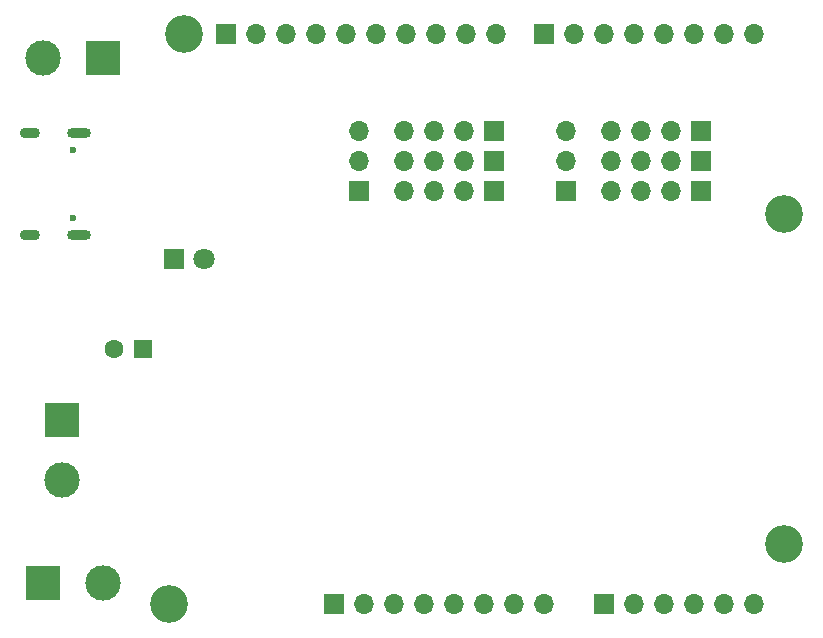
<source format=gbr>
%TF.GenerationSoftware,KiCad,Pcbnew,7.0.1*%
%TF.CreationDate,2023-09-13T21:21:08+01:00*%
%TF.ProjectId,101 PCB,31303120-5043-4422-9e6b-696361645f70,rev?*%
%TF.SameCoordinates,Original*%
%TF.FileFunction,Soldermask,Bot*%
%TF.FilePolarity,Negative*%
%FSLAX46Y46*%
G04 Gerber Fmt 4.6, Leading zero omitted, Abs format (unit mm)*
G04 Created by KiCad (PCBNEW 7.0.1) date 2023-09-13 21:21:08*
%MOMM*%
%LPD*%
G01*
G04 APERTURE LIST*
%ADD10R,1.700000X1.700000*%
%ADD11O,1.700000X1.700000*%
%ADD12C,0.600000*%
%ADD13O,2.000000X0.900000*%
%ADD14O,1.700000X0.900000*%
%ADD15R,1.600000X1.600000*%
%ADD16C,1.600000*%
%ADD17R,3.000000X3.000000*%
%ADD18C,3.000000*%
%ADD19R,1.800000X1.800000*%
%ADD20C,1.800000*%
%ADD21C,3.200000*%
G04 APERTURE END LIST*
D10*
%TO.C,J106*%
X166630000Y-75750000D03*
D11*
X164090000Y-75750000D03*
X161550000Y-75750000D03*
X159010000Y-75750000D03*
%TD*%
D12*
%TO.C,J101*%
X113480000Y-74810000D03*
X113480000Y-80590000D03*
D13*
X113970000Y-73375000D03*
X113970000Y-82025000D03*
D14*
X109800000Y-73375000D03*
X109800000Y-82025000D03*
%TD*%
D10*
%TO.C,J108*%
X166630000Y-73210000D03*
D11*
X164090000Y-73210000D03*
X161550000Y-73210000D03*
X159010000Y-73210000D03*
%TD*%
D10*
%TO.C,J1*%
X126460000Y-65001000D03*
D11*
X129000000Y-65001000D03*
X131540000Y-65001000D03*
X134080000Y-65001000D03*
X136620000Y-65001000D03*
X139160000Y-65001000D03*
X141700000Y-65001000D03*
X144240000Y-65001000D03*
X146780000Y-65001000D03*
X149320000Y-65001000D03*
%TD*%
D10*
%TO.C,J109*%
X149090000Y-73210000D03*
D11*
X146550000Y-73210000D03*
X144010000Y-73210000D03*
X141470000Y-73210000D03*
%TD*%
D10*
%TO.C,JP102*%
X137660000Y-78290000D03*
D11*
X137660000Y-75750000D03*
X137660000Y-73210000D03*
%TD*%
D15*
%TO.C,C119*%
X119405113Y-91700000D03*
D16*
X116905113Y-91700000D03*
%TD*%
D10*
%TO.C,J5*%
X158455000Y-113260000D03*
D11*
X160995000Y-113260000D03*
X163535000Y-113260000D03*
X166075000Y-113260000D03*
X168615000Y-113260000D03*
X171155000Y-113260000D03*
%TD*%
D10*
%TO.C,J105*%
X149090000Y-78290000D03*
D11*
X146550000Y-78290000D03*
X144010000Y-78290000D03*
X141470000Y-78290000D03*
%TD*%
D17*
%TO.C,J102*%
X110960000Y-111500000D03*
D18*
X116040000Y-111500000D03*
%TD*%
D10*
%TO.C,J107*%
X149090000Y-75750000D03*
D11*
X146550000Y-75750000D03*
X144010000Y-75750000D03*
X141470000Y-75750000D03*
%TD*%
D10*
%TO.C,J104*%
X166630000Y-78290000D03*
D11*
X164090000Y-78290000D03*
X161550000Y-78290000D03*
X159010000Y-78290000D03*
%TD*%
D10*
%TO.C,J3*%
X153382000Y-65003000D03*
D11*
X155922000Y-65003000D03*
X158462000Y-65003000D03*
X161002000Y-65003000D03*
X163542000Y-65003000D03*
X166082000Y-65003000D03*
X168622000Y-65003000D03*
X171162000Y-65003000D03*
%TD*%
D10*
%TO.C,JP101*%
X155200000Y-78290000D03*
D11*
X155200000Y-75750000D03*
X155200000Y-73210000D03*
%TD*%
D10*
%TO.C,J4*%
X135597000Y-113264000D03*
D11*
X138137000Y-113264000D03*
X140677000Y-113264000D03*
X143217000Y-113264000D03*
X145757000Y-113264000D03*
X148297000Y-113264000D03*
X150837000Y-113264000D03*
X153377000Y-113264000D03*
%TD*%
D17*
%TO.C,J103*%
X116040000Y-67000000D03*
D18*
X110960000Y-67000000D03*
%TD*%
D17*
%TO.C,J110*%
X112500000Y-97710000D03*
D18*
X112500000Y-102790000D03*
%TD*%
D19*
%TO.C,D1*%
X122000000Y-84100000D03*
D20*
X124540000Y-84100000D03*
%TD*%
D21*
%TO.C,A101*%
X121630000Y-113260000D03*
X122900000Y-65000000D03*
X173700000Y-80240000D03*
X173700000Y-108180000D03*
%TD*%
M02*

</source>
